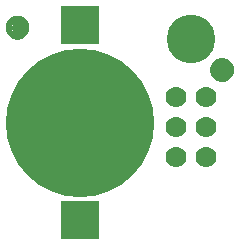
<source format=gbr>
G04 EAGLE Gerber RS-274X export*
G75*
%MOMM*%
%FSLAX34Y34*%
%LPD*%
%INSoldermask Top*%
%IPPOS*%
%AMOC8*
5,1,8,0,0,1.08239X$1,22.5*%
G01*
%ADD10C,6.451600*%
%ADD11R,3.301600X3.301600*%
%ADD12C,12.564231*%
%ADD13C,4.117600*%
%ADD14C,1.101600*%
%ADD15C,0.500000*%
%ADD16C,1.778000*%


D10*
X66802Y108204D03*
D11*
X66802Y25950D03*
X66802Y190458D03*
D12*
X66802Y108204D03*
D13*
X160782Y178562D03*
D14*
X13716Y188468D03*
D15*
X13716Y180968D02*
X13897Y180970D01*
X14078Y180977D01*
X14259Y180988D01*
X14440Y181003D01*
X14620Y181023D01*
X14800Y181047D01*
X14979Y181075D01*
X15157Y181108D01*
X15334Y181145D01*
X15511Y181186D01*
X15686Y181231D01*
X15861Y181281D01*
X16034Y181335D01*
X16205Y181393D01*
X16376Y181455D01*
X16544Y181522D01*
X16711Y181592D01*
X16877Y181666D01*
X17040Y181745D01*
X17201Y181827D01*
X17361Y181913D01*
X17518Y182003D01*
X17673Y182097D01*
X17826Y182194D01*
X17976Y182296D01*
X18124Y182400D01*
X18270Y182509D01*
X18412Y182620D01*
X18552Y182736D01*
X18689Y182854D01*
X18824Y182976D01*
X18955Y183101D01*
X19083Y183229D01*
X19208Y183360D01*
X19330Y183495D01*
X19448Y183632D01*
X19564Y183772D01*
X19675Y183914D01*
X19784Y184060D01*
X19888Y184208D01*
X19990Y184358D01*
X20087Y184511D01*
X20181Y184666D01*
X20271Y184823D01*
X20357Y184983D01*
X20439Y185144D01*
X20518Y185307D01*
X20592Y185473D01*
X20662Y185640D01*
X20729Y185808D01*
X20791Y185979D01*
X20849Y186150D01*
X20903Y186323D01*
X20953Y186498D01*
X20998Y186673D01*
X21039Y186850D01*
X21076Y187027D01*
X21109Y187205D01*
X21137Y187384D01*
X21161Y187564D01*
X21181Y187744D01*
X21196Y187925D01*
X21207Y188106D01*
X21214Y188287D01*
X21216Y188468D01*
X13716Y180968D02*
X13535Y180970D01*
X13354Y180977D01*
X13173Y180988D01*
X12992Y181003D01*
X12812Y181023D01*
X12632Y181047D01*
X12453Y181075D01*
X12275Y181108D01*
X12098Y181145D01*
X11921Y181186D01*
X11746Y181231D01*
X11571Y181281D01*
X11398Y181335D01*
X11227Y181393D01*
X11056Y181455D01*
X10888Y181522D01*
X10721Y181592D01*
X10555Y181666D01*
X10392Y181745D01*
X10231Y181827D01*
X10071Y181913D01*
X9914Y182003D01*
X9759Y182097D01*
X9606Y182194D01*
X9456Y182296D01*
X9308Y182400D01*
X9162Y182509D01*
X9020Y182620D01*
X8880Y182736D01*
X8743Y182854D01*
X8608Y182976D01*
X8477Y183101D01*
X8349Y183229D01*
X8224Y183360D01*
X8102Y183495D01*
X7984Y183632D01*
X7868Y183772D01*
X7757Y183914D01*
X7648Y184060D01*
X7544Y184208D01*
X7442Y184358D01*
X7345Y184511D01*
X7251Y184666D01*
X7161Y184823D01*
X7075Y184983D01*
X6993Y185144D01*
X6914Y185307D01*
X6840Y185473D01*
X6770Y185640D01*
X6703Y185808D01*
X6641Y185979D01*
X6583Y186150D01*
X6529Y186323D01*
X6479Y186498D01*
X6434Y186673D01*
X6393Y186850D01*
X6356Y187027D01*
X6323Y187205D01*
X6295Y187384D01*
X6271Y187564D01*
X6251Y187744D01*
X6236Y187925D01*
X6225Y188106D01*
X6218Y188287D01*
X6216Y188468D01*
X6218Y188649D01*
X6225Y188830D01*
X6236Y189011D01*
X6251Y189192D01*
X6271Y189372D01*
X6295Y189552D01*
X6323Y189731D01*
X6356Y189909D01*
X6393Y190086D01*
X6434Y190263D01*
X6479Y190438D01*
X6529Y190613D01*
X6583Y190786D01*
X6641Y190957D01*
X6703Y191128D01*
X6770Y191296D01*
X6840Y191463D01*
X6914Y191629D01*
X6993Y191792D01*
X7075Y191953D01*
X7161Y192113D01*
X7251Y192270D01*
X7345Y192425D01*
X7442Y192578D01*
X7544Y192728D01*
X7648Y192876D01*
X7757Y193022D01*
X7868Y193164D01*
X7984Y193304D01*
X8102Y193441D01*
X8224Y193576D01*
X8349Y193707D01*
X8477Y193835D01*
X8608Y193960D01*
X8743Y194082D01*
X8880Y194200D01*
X9020Y194316D01*
X9162Y194427D01*
X9308Y194536D01*
X9456Y194640D01*
X9606Y194742D01*
X9759Y194839D01*
X9914Y194933D01*
X10071Y195023D01*
X10231Y195109D01*
X10392Y195191D01*
X10555Y195270D01*
X10721Y195344D01*
X10888Y195414D01*
X11056Y195481D01*
X11227Y195543D01*
X11398Y195601D01*
X11571Y195655D01*
X11746Y195705D01*
X11921Y195750D01*
X12098Y195791D01*
X12275Y195828D01*
X12453Y195861D01*
X12632Y195889D01*
X12812Y195913D01*
X12992Y195933D01*
X13173Y195948D01*
X13354Y195959D01*
X13535Y195966D01*
X13716Y195968D01*
X13897Y195966D01*
X14078Y195959D01*
X14259Y195948D01*
X14440Y195933D01*
X14620Y195913D01*
X14800Y195889D01*
X14979Y195861D01*
X15157Y195828D01*
X15334Y195791D01*
X15511Y195750D01*
X15686Y195705D01*
X15861Y195655D01*
X16034Y195601D01*
X16205Y195543D01*
X16376Y195481D01*
X16544Y195414D01*
X16711Y195344D01*
X16877Y195270D01*
X17040Y195191D01*
X17201Y195109D01*
X17361Y195023D01*
X17518Y194933D01*
X17673Y194839D01*
X17826Y194742D01*
X17976Y194640D01*
X18124Y194536D01*
X18270Y194427D01*
X18412Y194316D01*
X18552Y194200D01*
X18689Y194082D01*
X18824Y193960D01*
X18955Y193835D01*
X19083Y193707D01*
X19208Y193576D01*
X19330Y193441D01*
X19448Y193304D01*
X19564Y193164D01*
X19675Y193022D01*
X19784Y192876D01*
X19888Y192728D01*
X19990Y192578D01*
X20087Y192425D01*
X20181Y192270D01*
X20271Y192113D01*
X20357Y191953D01*
X20439Y191792D01*
X20518Y191629D01*
X20592Y191463D01*
X20662Y191296D01*
X20729Y191128D01*
X20791Y190957D01*
X20849Y190786D01*
X20903Y190613D01*
X20953Y190438D01*
X20998Y190263D01*
X21039Y190086D01*
X21076Y189909D01*
X21109Y189731D01*
X21137Y189552D01*
X21161Y189372D01*
X21181Y189192D01*
X21196Y189011D01*
X21207Y188830D01*
X21214Y188649D01*
X21216Y188468D01*
D14*
X186944Y152654D03*
D15*
X186944Y145154D02*
X187125Y145156D01*
X187306Y145163D01*
X187487Y145174D01*
X187668Y145189D01*
X187848Y145209D01*
X188028Y145233D01*
X188207Y145261D01*
X188385Y145294D01*
X188562Y145331D01*
X188739Y145372D01*
X188914Y145417D01*
X189089Y145467D01*
X189262Y145521D01*
X189433Y145579D01*
X189604Y145641D01*
X189772Y145708D01*
X189939Y145778D01*
X190105Y145852D01*
X190268Y145931D01*
X190429Y146013D01*
X190589Y146099D01*
X190746Y146189D01*
X190901Y146283D01*
X191054Y146380D01*
X191204Y146482D01*
X191352Y146586D01*
X191498Y146695D01*
X191640Y146806D01*
X191780Y146922D01*
X191917Y147040D01*
X192052Y147162D01*
X192183Y147287D01*
X192311Y147415D01*
X192436Y147546D01*
X192558Y147681D01*
X192676Y147818D01*
X192792Y147958D01*
X192903Y148100D01*
X193012Y148246D01*
X193116Y148394D01*
X193218Y148544D01*
X193315Y148697D01*
X193409Y148852D01*
X193499Y149009D01*
X193585Y149169D01*
X193667Y149330D01*
X193746Y149493D01*
X193820Y149659D01*
X193890Y149826D01*
X193957Y149994D01*
X194019Y150165D01*
X194077Y150336D01*
X194131Y150509D01*
X194181Y150684D01*
X194226Y150859D01*
X194267Y151036D01*
X194304Y151213D01*
X194337Y151391D01*
X194365Y151570D01*
X194389Y151750D01*
X194409Y151930D01*
X194424Y152111D01*
X194435Y152292D01*
X194442Y152473D01*
X194444Y152654D01*
X186944Y145154D02*
X186763Y145156D01*
X186582Y145163D01*
X186401Y145174D01*
X186220Y145189D01*
X186040Y145209D01*
X185860Y145233D01*
X185681Y145261D01*
X185503Y145294D01*
X185326Y145331D01*
X185149Y145372D01*
X184974Y145417D01*
X184799Y145467D01*
X184626Y145521D01*
X184455Y145579D01*
X184284Y145641D01*
X184116Y145708D01*
X183949Y145778D01*
X183783Y145852D01*
X183620Y145931D01*
X183459Y146013D01*
X183299Y146099D01*
X183142Y146189D01*
X182987Y146283D01*
X182834Y146380D01*
X182684Y146482D01*
X182536Y146586D01*
X182390Y146695D01*
X182248Y146806D01*
X182108Y146922D01*
X181971Y147040D01*
X181836Y147162D01*
X181705Y147287D01*
X181577Y147415D01*
X181452Y147546D01*
X181330Y147681D01*
X181212Y147818D01*
X181096Y147958D01*
X180985Y148100D01*
X180876Y148246D01*
X180772Y148394D01*
X180670Y148544D01*
X180573Y148697D01*
X180479Y148852D01*
X180389Y149009D01*
X180303Y149169D01*
X180221Y149330D01*
X180142Y149493D01*
X180068Y149659D01*
X179998Y149826D01*
X179931Y149994D01*
X179869Y150165D01*
X179811Y150336D01*
X179757Y150509D01*
X179707Y150684D01*
X179662Y150859D01*
X179621Y151036D01*
X179584Y151213D01*
X179551Y151391D01*
X179523Y151570D01*
X179499Y151750D01*
X179479Y151930D01*
X179464Y152111D01*
X179453Y152292D01*
X179446Y152473D01*
X179444Y152654D01*
X179446Y152835D01*
X179453Y153016D01*
X179464Y153197D01*
X179479Y153378D01*
X179499Y153558D01*
X179523Y153738D01*
X179551Y153917D01*
X179584Y154095D01*
X179621Y154272D01*
X179662Y154449D01*
X179707Y154624D01*
X179757Y154799D01*
X179811Y154972D01*
X179869Y155143D01*
X179931Y155314D01*
X179998Y155482D01*
X180068Y155649D01*
X180142Y155815D01*
X180221Y155978D01*
X180303Y156139D01*
X180389Y156299D01*
X180479Y156456D01*
X180573Y156611D01*
X180670Y156764D01*
X180772Y156914D01*
X180876Y157062D01*
X180985Y157208D01*
X181096Y157350D01*
X181212Y157490D01*
X181330Y157627D01*
X181452Y157762D01*
X181577Y157893D01*
X181705Y158021D01*
X181836Y158146D01*
X181971Y158268D01*
X182108Y158386D01*
X182248Y158502D01*
X182390Y158613D01*
X182536Y158722D01*
X182684Y158826D01*
X182834Y158928D01*
X182987Y159025D01*
X183142Y159119D01*
X183299Y159209D01*
X183459Y159295D01*
X183620Y159377D01*
X183783Y159456D01*
X183949Y159530D01*
X184116Y159600D01*
X184284Y159667D01*
X184455Y159729D01*
X184626Y159787D01*
X184799Y159841D01*
X184974Y159891D01*
X185149Y159936D01*
X185326Y159977D01*
X185503Y160014D01*
X185681Y160047D01*
X185860Y160075D01*
X186040Y160099D01*
X186220Y160119D01*
X186401Y160134D01*
X186582Y160145D01*
X186763Y160152D01*
X186944Y160154D01*
X187125Y160152D01*
X187306Y160145D01*
X187487Y160134D01*
X187668Y160119D01*
X187848Y160099D01*
X188028Y160075D01*
X188207Y160047D01*
X188385Y160014D01*
X188562Y159977D01*
X188739Y159936D01*
X188914Y159891D01*
X189089Y159841D01*
X189262Y159787D01*
X189433Y159729D01*
X189604Y159667D01*
X189772Y159600D01*
X189939Y159530D01*
X190105Y159456D01*
X190268Y159377D01*
X190429Y159295D01*
X190589Y159209D01*
X190746Y159119D01*
X190901Y159025D01*
X191054Y158928D01*
X191204Y158826D01*
X191352Y158722D01*
X191498Y158613D01*
X191640Y158502D01*
X191780Y158386D01*
X191917Y158268D01*
X192052Y158146D01*
X192183Y158021D01*
X192311Y157893D01*
X192436Y157762D01*
X192558Y157627D01*
X192676Y157490D01*
X192792Y157350D01*
X192903Y157208D01*
X193012Y157062D01*
X193116Y156914D01*
X193218Y156764D01*
X193315Y156611D01*
X193409Y156456D01*
X193499Y156299D01*
X193585Y156139D01*
X193667Y155978D01*
X193746Y155815D01*
X193820Y155649D01*
X193890Y155482D01*
X193957Y155314D01*
X194019Y155143D01*
X194077Y154972D01*
X194131Y154799D01*
X194181Y154624D01*
X194226Y154449D01*
X194267Y154272D01*
X194304Y154095D01*
X194337Y153917D01*
X194365Y153738D01*
X194389Y153558D01*
X194409Y153378D01*
X194424Y153197D01*
X194435Y153016D01*
X194442Y152835D01*
X194444Y152654D01*
D16*
X148082Y129794D03*
X173482Y129794D03*
X148082Y104394D03*
X173482Y104394D03*
X148082Y78994D03*
X173482Y78994D03*
M02*

</source>
